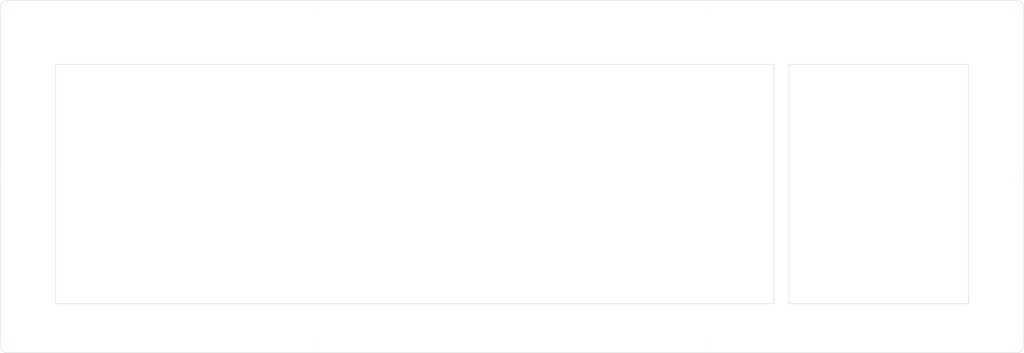
<source format=kicad_pcb>
(kicad_pcb (version 20171130) (host pcbnew "(5.1.12-1-10_14)")

  (general
    (thickness 1.6)
    (drawings 16)
    (tracks 0)
    (zones 0)
    (modules 10)
    (nets 1)
  )

  (page A3)
  (layers
    (0 F.Cu signal)
    (31 B.Cu signal)
    (32 B.Adhes user)
    (33 F.Adhes user)
    (34 B.Paste user)
    (35 F.Paste user)
    (36 B.SilkS user)
    (37 F.SilkS user)
    (38 B.Mask user)
    (39 F.Mask user)
    (40 Dwgs.User user)
    (41 Cmts.User user)
    (42 Eco1.User user)
    (43 Eco2.User user)
    (44 Edge.Cuts user)
    (45 Margin user)
    (46 B.CrtYd user)
    (47 F.CrtYd user)
    (48 B.Fab user)
    (49 F.Fab user)
  )

  (setup
    (last_trace_width 0.25)
    (user_trace_width 0.5)
    (user_trace_width 0.5)
    (trace_clearance 0.2)
    (zone_clearance 0.508)
    (zone_45_only no)
    (trace_min 0.2)
    (via_size 0.8)
    (via_drill 0.4)
    (via_min_size 0.4)
    (via_min_drill 0.3)
    (uvia_size 0.3)
    (uvia_drill 0.1)
    (uvias_allowed no)
    (uvia_min_size 0.2)
    (uvia_min_drill 0.1)
    (edge_width 0.1)
    (segment_width 0.2)
    (pcb_text_width 0.3)
    (pcb_text_size 1.5 1.5)
    (mod_edge_width 0.15)
    (mod_text_size 1 1)
    (mod_text_width 0.15)
    (pad_size 2.2 2.2)
    (pad_drill 2.2)
    (pad_to_mask_clearance 0)
    (aux_axis_origin 0 0)
    (visible_elements 7FFFFFFF)
    (pcbplotparams
      (layerselection 0x01000_7ffffffe)
      (usegerberextensions true)
      (usegerberattributes false)
      (usegerberadvancedattributes false)
      (creategerberjobfile false)
      (excludeedgelayer true)
      (linewidth 0.100000)
      (plotframeref false)
      (viasonmask false)
      (mode 1)
      (useauxorigin false)
      (hpglpennumber 1)
      (hpglpenspeed 20)
      (hpglpendiameter 15.000000)
      (psnegative false)
      (psa4output false)
      (plotreference true)
      (plotvalue true)
      (plotinvisibletext false)
      (padsonsilk false)
      (subtractmaskfromsilk false)
      (outputformat 4)
      (mirror false)
      (drillshape 0)
      (scaleselection 1)
      (outputdirectory "C:/Users/サリチル酸/Desktop/"))
  )

  (net 0 "")

  (net_class Default "これはデフォルトのネット クラスです。"
    (clearance 0.2)
    (trace_width 0.25)
    (via_dia 0.8)
    (via_drill 0.4)
    (uvia_dia 0.3)
    (uvia_drill 0.1)
  )

  (module kbd_Hole:m2_Screw_Hole_EdgeCuts (layer F.Cu) (tedit 5DA73E67) (tstamp 60A2FDC4)
    (at 331.825 120.25)
    (descr "Mounting Hole 2.2mm, no annular, M2")
    (tags "mounting hole 2.2mm no annular m2")
    (path /629E70FB)
    (attr virtual)
    (fp_text reference J17 (at 0 -3.2) (layer F.Fab) hide
      (effects (font (size 1 1) (thickness 0.15)))
    )
    (fp_text value Conn_01x01 (at 0 3.2) (layer F.Fab) hide
      (effects (font (size 1 1) (thickness 0.15)))
    )
    (fp_text user %R (at 0.3 0) (layer F.Fab) hide
      (effects (font (size 1 1) (thickness 0.15)))
    )
    (fp_circle (center 0 0) (end 1.1 0) (layer Edge.Cuts) (width 0.01))
  )

  (module kbd_Hole:m2_Screw_Hole_EdgeCuts (layer F.Cu) (tedit 5DA73E67) (tstamp 60A2FDBE)
    (at 331.825 66.65)
    (descr "Mounting Hole 2.2mm, no annular, M2")
    (tags "mounting hole 2.2mm no annular m2")
    (path /629E70E7)
    (attr virtual)
    (fp_text reference J16 (at 0 -3.2) (layer F.Fab) hide
      (effects (font (size 1 1) (thickness 0.15)))
    )
    (fp_text value Conn_01x01 (at 0 3.2) (layer F.Fab) hide
      (effects (font (size 1 1) (thickness 0.15)))
    )
    (fp_text user %R (at 0.3 0) (layer F.Fab) hide
      (effects (font (size 1 1) (thickness 0.15)))
    )
    (fp_circle (center 0 0) (end 1.1 0) (layer Edge.Cuts) (width 0.01))
  )

  (module kbd_Hole:m2_Screw_Hole_EdgeCuts (layer F.Cu) (tedit 5DA73E67) (tstamp 60A2FDB8)
    (at 331.825 13.05)
    (descr "Mounting Hole 2.2mm, no annular, M2")
    (tags "mounting hole 2.2mm no annular m2")
    (path /5CC9EE7D)
    (attr virtual)
    (fp_text reference J15 (at 0 -3.2) (layer F.Fab) hide
      (effects (font (size 1 1) (thickness 0.15)))
    )
    (fp_text value Conn_01x01 (at 0 3.2) (layer F.Fab) hide
      (effects (font (size 1 1) (thickness 0.15)))
    )
    (fp_text user %R (at 0.3 0) (layer F.Fab) hide
      (effects (font (size 1 1) (thickness 0.15)))
    )
    (fp_circle (center 0 0) (end 1.1 0) (layer Edge.Cuts) (width 0.01))
  )

  (module kbd_Hole:m2_Screw_Hole_EdgeCuts (layer F.Cu) (tedit 5DA73E67) (tstamp 60A2FDB2)
    (at 234.325 120.25)
    (descr "Mounting Hole 2.2mm, no annular, M2")
    (tags "mounting hole 2.2mm no annular m2")
    (path /5CC48CD6)
    (attr virtual)
    (fp_text reference J14 (at 0 -3.2) (layer F.Fab) hide
      (effects (font (size 1 1) (thickness 0.15)))
    )
    (fp_text value Conn_01x01 (at 0 3.2) (layer F.Fab) hide
      (effects (font (size 1 1) (thickness 0.15)))
    )
    (fp_text user %R (at 0.3 0) (layer F.Fab) hide
      (effects (font (size 1 1) (thickness 0.15)))
    )
    (fp_circle (center 0 0) (end 1.1 0) (layer Edge.Cuts) (width 0.01))
  )

  (module kbd_Hole:m2_Screw_Hole_EdgeCuts (layer F.Cu) (tedit 5DA73E67) (tstamp 60A2FDAC)
    (at 108.575 120.25)
    (descr "Mounting Hole 2.2mm, no annular, M2")
    (tags "mounting hole 2.2mm no annular m2")
    (path /629102FD)
    (attr virtual)
    (fp_text reference J13 (at 0 -3.2) (layer F.Fab) hide
      (effects (font (size 1 1) (thickness 0.15)))
    )
    (fp_text value Conn_01x01 (at 0 3.2) (layer F.Fab) hide
      (effects (font (size 1 1) (thickness 0.15)))
    )
    (fp_text user %R (at 0.3 0) (layer F.Fab) hide
      (effects (font (size 1 1) (thickness 0.15)))
    )
    (fp_circle (center 0 0) (end 1.1 0) (layer Edge.Cuts) (width 0.01))
  )

  (module kbd_Hole:m2_Screw_Hole_EdgeCuts (layer F.Cu) (tedit 5DA73E67) (tstamp 60A2FDA6)
    (at 234.325 13.05)
    (descr "Mounting Hole 2.2mm, no annular, M2")
    (tags "mounting hole 2.2mm no annular m2")
    (path /629102E9)
    (attr virtual)
    (fp_text reference J12 (at 0 -3.2) (layer F.Fab) hide
      (effects (font (size 1 1) (thickness 0.15)))
    )
    (fp_text value Conn_01x01 (at 0 3.2) (layer F.Fab) hide
      (effects (font (size 1 1) (thickness 0.15)))
    )
    (fp_text user %R (at 0.3 0) (layer F.Fab) hide
      (effects (font (size 1 1) (thickness 0.15)))
    )
    (fp_circle (center 0 0) (end 1.1 0) (layer Edge.Cuts) (width 0.01))
  )

  (module kbd_Hole:m2_Screw_Hole_EdgeCuts (layer F.Cu) (tedit 5DA73E67) (tstamp 60A2FDA0)
    (at 108.575 13.05)
    (descr "Mounting Hole 2.2mm, no annular, M2")
    (tags "mounting hole 2.2mm no annular m2")
    (path /64540392)
    (attr virtual)
    (fp_text reference J11 (at 0 -3.2) (layer F.Fab) hide
      (effects (font (size 1 1) (thickness 0.15)))
    )
    (fp_text value Conn_01x01 (at 0 3.2) (layer F.Fab) hide
      (effects (font (size 1 1) (thickness 0.15)))
    )
    (fp_text user %R (at 0.3 0) (layer F.Fab) hide
      (effects (font (size 1 1) (thickness 0.15)))
    )
    (fp_circle (center 0 0) (end 1.1 0) (layer Edge.Cuts) (width 0.01))
  )

  (module kbd_Hole:m2_Screw_Hole_EdgeCuts (layer F.Cu) (tedit 5DA73E67) (tstamp 60A2FD9A)
    (at 11.075 120.25)
    (descr "Mounting Hole 2.2mm, no annular, M2")
    (tags "mounting hole 2.2mm no annular m2")
    (path /6454037E)
    (attr virtual)
    (fp_text reference J10 (at 0 -3.2) (layer F.Fab) hide
      (effects (font (size 1 1) (thickness 0.15)))
    )
    (fp_text value Conn_01x01 (at 0 3.2) (layer F.Fab) hide
      (effects (font (size 1 1) (thickness 0.15)))
    )
    (fp_text user %R (at 0.3 0) (layer F.Fab) hide
      (effects (font (size 1 1) (thickness 0.15)))
    )
    (fp_circle (center 0 0) (end 1.1 0) (layer Edge.Cuts) (width 0.01))
  )

  (module kbd_Hole:m2_Screw_Hole_EdgeCuts (layer F.Cu) (tedit 5DA73E67) (tstamp 60A2FD94)
    (at 11.075 66.65)
    (descr "Mounting Hole 2.2mm, no annular, M2")
    (tags "mounting hole 2.2mm no annular m2")
    (path /629E7105)
    (attr virtual)
    (fp_text reference J9 (at 0 -3.2) (layer F.Fab) hide
      (effects (font (size 1 1) (thickness 0.15)))
    )
    (fp_text value Conn_01x01 (at 0 3.2) (layer F.Fab) hide
      (effects (font (size 1 1) (thickness 0.15)))
    )
    (fp_text user %R (at 0.3 0) (layer F.Fab) hide
      (effects (font (size 1 1) (thickness 0.15)))
    )
    (fp_circle (center 0 0) (end 1.1 0) (layer Edge.Cuts) (width 0.01))
  )

  (module kbd_Hole:m2_Screw_Hole_EdgeCuts (layer F.Cu) (tedit 5DA73E67) (tstamp 60A2FD8E)
    (at 11.075 13.05)
    (descr "Mounting Hole 2.2mm, no annular, M2")
    (tags "mounting hole 2.2mm no annular m2")
    (path /629E70F1)
    (attr virtual)
    (fp_text reference J8 (at 0 -3.2) (layer F.Fab) hide
      (effects (font (size 1 1) (thickness 0.15)))
    )
    (fp_text value Conn_01x01 (at 0 3.2) (layer F.Fab) hide
      (effects (font (size 1 1) (thickness 0.15)))
    )
    (fp_text user %R (at 0.3 0) (layer F.Fab) hide
      (effects (font (size 1 1) (thickness 0.15)))
    )
    (fp_circle (center 0 0) (end 1.1 0) (layer Edge.Cuts) (width 0.01))
  )

  (gr_line (start 26.19375 30.95625) (end 26.19375 107.15625) (layer Edge.Cuts) (width 0.15))
  (gr_line (start 316.70625 30.95625) (end 259.55625 30.95625) (layer Edge.Cuts) (width 0.15) (tstamp 62496A5E))
  (gr_line (start 316.70625 107.15625) (end 316.70625 30.95625) (layer Edge.Cuts) (width 0.15))
  (gr_line (start 259.55625 107.15625) (end 316.70625 107.15625) (layer Edge.Cuts) (width 0.15))
  (gr_line (start 259.55625 30.95625) (end 259.55625 107.15625) (layer Edge.Cuts) (width 0.15))
  (gr_line (start 254.79375 30.95625) (end 26.19375 30.95625) (layer Edge.Cuts) (width 0.15) (tstamp 62496A4A))
  (gr_line (start 254.79375 107.15625) (end 254.79375 30.95625) (layer Edge.Cuts) (width 0.15))
  (gr_line (start 26.19375 107.15625) (end 254.79375 107.15625) (layer Edge.Cuts) (width 0.15))
  (gr_line (start 10.075 122.75) (end 8.575 121.25) (layer Edge.Cuts) (width 0.15) (tstamp 60883451))
  (gr_line (start 334.325 12.05) (end 332.825 10.55) (layer Edge.Cuts) (width 0.15) (tstamp 60883444))
  (gr_line (start 8.575 12.05) (end 10.075 10.55) (layer Edge.Cuts) (width 0.15) (tstamp 60883437))
  (gr_line (start 332.825 122.75) (end 334.325 121.25) (layer Edge.Cuts) (width 0.15))
  (gr_line (start 10.075 122.75) (end 332.825 122.75) (layer Edge.Cuts) (width 0.15))
  (gr_line (start 8.575 12.05) (end 8.575 121.25) (layer Edge.Cuts) (width 0.15))
  (gr_line (start 332.825 10.55) (end 10.075 10.55) (layer Edge.Cuts) (width 0.15))
  (gr_line (start 334.325 121.25) (end 334.325 12.05) (layer Edge.Cuts) (width 0.15))

)

</source>
